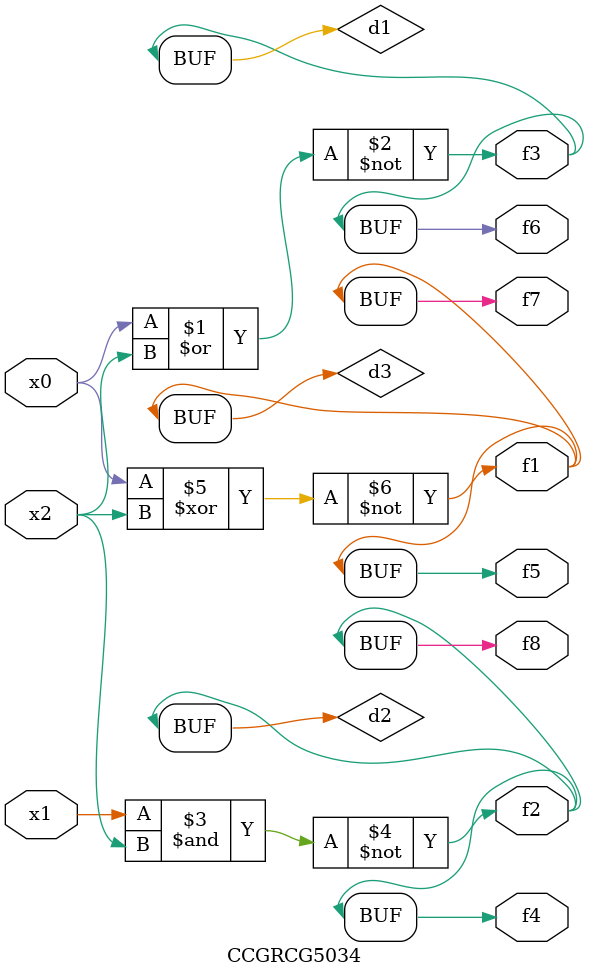
<source format=v>
module CCGRCG5034(
	input x0, x1, x2,
	output f1, f2, f3, f4, f5, f6, f7, f8
);

	wire d1, d2, d3;

	nor (d1, x0, x2);
	nand (d2, x1, x2);
	xnor (d3, x0, x2);
	assign f1 = d3;
	assign f2 = d2;
	assign f3 = d1;
	assign f4 = d2;
	assign f5 = d3;
	assign f6 = d1;
	assign f7 = d3;
	assign f8 = d2;
endmodule

</source>
